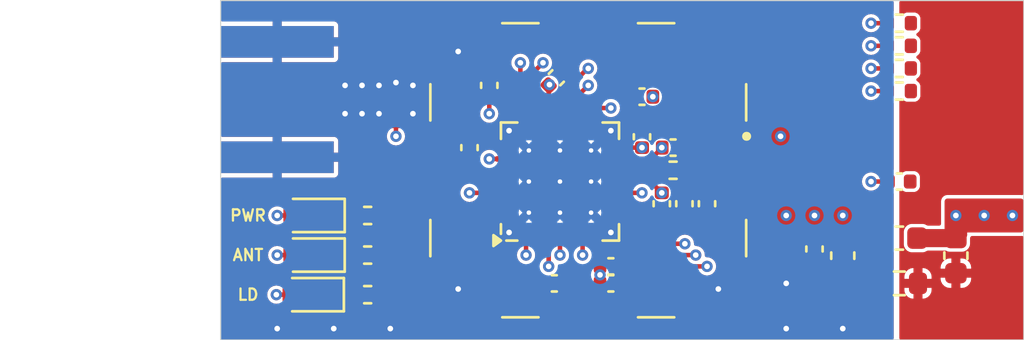
<source format=kicad_pcb>
(kicad_pcb (version 20240108) (generator "pcbnew") (generator_version "8.0")
  (layers (0 "F.Cu" jumper) (1 "In1.Cu" signal) (2 "In2.Cu" signal) (3 "In3.Cu" signal) (4 "In4.Cu" signal) (31 "B.Cu" signal) (34 "B.Paste" user) (35 "F.Paste" user) (36 "B.SilkS" user "B.Silkscreen") (37 "F.SilkS" user "F.Silkscreen") (38 "B.Mask" user) (39 "F.Mask" user) (44 "Edge.Cuts" user))
  (net 0 "")
  (net 1 "GNDREF")
  (net 2 "VCC")
  (net 3 "/AGND_local")
  (net 4 "PGM")
  (net 5 "/+3V3_local")
  (net 6 "/CLKIN")
  (net 7 "/ANT")
  (net 8 "/LD")
  (net 9 "SDATA")
  (net 10 "CS#")
  (net 11 "SCLK")
  (net 12 "Net-(U1-CPOUT)")
  (net 13 "Net-(C5-Pad1)")
  (net 14 "/I1")
  (net 15 "Net-(J1-In)")
  (net 16 "Net-(U1-LNA2)")
  (net 17 "Net-(D1-K)")
  (net 18 "Net-(J3-In)")
  (net 19 "Net-(U1-CLKOUT)")
  (net 20 "Net-(U1-MIXIN)")
  (net 21 "Net-(U1-LNAOUT)")
  (net 22 "Net-(U1-XTAL)")
  (net 23 "Net-(U1-ANTBIAS)")
  (net 26 "Net-(D2-K)")
  (net 27 "Net-(D3-K)")
  (net 29 "/R_I1")
  (net 30 "/Q1")
  (net 31 "/R_Q1")
  (net 32 "/R_Q0")
  (net 33 "/Q0")
  (net 34 "/I0")
  (net 35 "/R_I0")
  (net 36 "/SHDN")
  (footprint "Resistor_SMD:R_0402_1005Metric" (layer "F.Cu") (at 140 96)
    (property "Reference" "R9" (hide yes))
    (property "Value" "100" (hide yes))
    (fp_line (start -0.153641 -0.38) (end 0.153641 -0.38) (stroke (width 0.12)) (layer "F.SilkS"))
    (fp_line (start -0.153641 0.38) (end 0.153641 0.38) (stroke (width 0.12)) (layer "F.SilkS"))
    (pad "1" smd roundrect (at -0.51 0) (size 0.54 0.64) (layers "F.Cu" "F.Paste" "F.Mask") (net 14 "/I1"))
    (pad "2" smd roundrect (at 0.51 0) (size 0.54 0.64) (layers "F.Cu" "F.Paste" "F.Mask") (net 29 "/R_I1"))
  )
  (footprint "Capacitor_SMD:C_0402_1005Metric" (layer "F.Cu") (at 121.875 98.75 -90)
    (property "Reference" "C8" (hide yes))
    (property "Value" "10nF" (hide yes))
    (fp_line (start -0.107836 0.36) (end 0.107836 0.36) (stroke (width 0.12)) (layer "F.SilkS"))
    (fp_line (start -0.107836 -0.36) (end 0.107836 -0.36) (stroke (width 0.12)) (layer "F.SilkS"))
    (pad "1" smd roundrect (at -0.48 0 270) (size 0.56 0.62) (layers "F.Cu" "F.Paste" "F.Mask") (net 3 "/AGND_local"))
    (pad "2" smd roundrect (at 0.48 0 270) (size 0.56 0.62) (layers "F.Cu" "F.Paste" "F.Mask") (net 5 "/+3V3_local"))
  )
  (footprint "Capacitor_SMD:C_0402_1005Metric" (layer "F.Cu") (at 129.5 103.98 -90)
    (property "Reference" "C9" (hide yes))
    (property "Value" "100nF" (hide yes))
    (fp_line (start -0.107836 0.36) (end 0.107836 0.36) (stroke (width 0.12)) (layer "F.SilkS"))
    (fp_line (start -0.107836 -0.36) (end 0.107836 -0.36) (stroke (width 0.12)) (layer "F.SilkS"))
    (pad "1" smd roundrect (at -0.48 0 270) (size 0.56 0.62) (layers "F.Cu" "F.Paste" "F.Mask") (net 5 "/+3V3_local"))
    (pad "2" smd roundrect (at 0.48 0 270) (size 0.56 0.62) (layers "F.Cu" "F.Paste" "F.Mask") (net 3 "/AGND_local"))
  )
  (footprint "Capacitor_SMD:C_0402_1005Metric" (layer "F.Cu") (at 128.625 101.02 90)
    (property "Reference" "C10" (hide yes))
    (property "Value" "100nF" (hide yes))
    (fp_line (start -0.107836 -0.36) (end 0.107836 -0.36) (stroke (width 0.12)) (layer "F.SilkS"))
    (fp_line (start -0.107836 0.36) (end 0.107836 0.36) (stroke (width 0.12)) (layer "F.SilkS"))
    (pad "1" smd roundrect (at -0.48 0 90) (size 0.56 0.62) (layers "F.Cu" "F.Paste" "F.Mask") (net 5 "/+3V3_local"))
    (pad "2" smd roundrect (at 0.48 0 90) (size 0.56 0.62) (layers "F.Cu" "F.Paste" "F.Mask") (net 3 "/AGND_local"))
  )
  (footprint "Capacitor_SMD:C_0603_1608Metric" (layer "F.Cu") (at 137.5 106.275 -90)
    (property "Reference" "C4" (hide yes))
    (property "Value" "10uF" (hide yes))
    (fp_line (start -0.14058 0.51) (end 0.14058 0.51) (stroke (width 0.12)) (layer "F.SilkS"))
    (fp_line (start -0.14058 -0.51) (end 0.14058 -0.51) (stroke (width 0.12)) (layer "F.SilkS"))
    (pad "1" smd roundrect (at -0.775 0 270) (size 0.9 0.95) (layers "F.Cu" "F.Paste" "F.Mask") (net 5 "/+3V3_local"))
    (pad "2" smd roundrect (at 0.775 0 270) (size 0.9 0.95) (layers "F.Cu" "F.Paste" "F.Mask") (net 3 "/AGND_local"))
  )
  (footprint "Resistor_SMD:R_0402_1005Metric" (layer "F.Cu") (at 116.5 104.5)
    (property "Reference" "R3" (hide yes))
    (property "Value" "1k" (hide yes))
    (fp_line (start -0.153641 -0.38) (end 0.153641 -0.38) (stroke (width 0.12)) (layer "F.SilkS"))
    (fp_line (start -0.153641 0.38) (end 0.153641 0.38) (stroke (width 0.12)) (layer "F.SilkS"))
    (pad "1" smd roundrect (at -0.51 0) (size 0.54 0.64) (layers "F.Cu" "F.Paste" "F.Mask") (net 17 "Net-(D1-K)"))
    (pad "2" smd roundrect (at 0.51 0) (size 0.54 0.64) (layers "F.Cu" "F.Paste" "F.Mask") (net 3 "/AGND_local"))
  )
  (footprint "Capacitor_SMD:C_0402_1005Metric" (layer "F.Cu") (at 128.625 99.25 180)
    (property "Reference" "C11" (hide yes))
    (property "Value" "10nF" (hide yes))
    (fp_line (start -0.107836 0.36) (end 0.107836 0.36) (stroke (width 0.12)) (layer "F.SilkS"))
    (fp_line (start -0.107836 -0.36) (end 0.107836 -0.36) (stroke (width 0.12)) (layer "F.SilkS"))
    (pad "1" smd roundrect (at -0.48 0 180) (size 0.56 0.62) (layers "F.Cu" "F.Paste" "F.Mask") (net 18 "Net-(J3-In)"))
    (pad "2" smd roundrect (at 0.48 0 180) (size 0.56 0.62) (layers "F.Cu" "F.Paste" "F.Mask") (net 19 "Net-(U1-CLKOUT)"))
  )
  (footprint "Resistor_SMD:R_0402_1005Metric" (layer "F.Cu") (at 140 99)
    (property "Reference" "R8" (hide yes))
    (property "Value" "100" (hide yes))
    (fp_line (start -0.153641 -0.38) (end 0.153641 -0.38) (stroke (width 0.12)) (layer "F.SilkS"))
    (fp_line (start -0.153641 0.38) (end 0.153641 0.38) (stroke (width 0.12)) (layer "F.SilkS"))
    (pad "1" smd roundrect (at -0.51 0) (size 0.54 0.64) (layers "F.Cu" "F.Paste" "F.Mask") (net 30 "/Q1"))
    (pad "2" smd roundrect (at 0.51 0) (size 0.54 0.64) (layers "F.Cu" "F.Paste" "F.Mask") (net 31 "/R_Q1"))
  )
  (footprint "Inductor_SMD:L_0402_1005Metric" (layer "F.Cu") (at 117.75 99.86 -90)
    (property "Reference" "L1" (hide yes))
    (property "Value" "L" (hide yes))
    (pad "1" smd roundrect (at -0.485 0 270) (size 0.59 0.64) (layers "F.Cu" "F.Paste" "F.Mask") (net 15 "Net-(J1-In)"))
    (pad "2" smd roundrect (at 0.485 0 270) (size 0.59 0.64) (layers "F.Cu" "F.Paste" "F.Mask") (net 23 "Net-(U1-ANTBIAS)"))
  )
  (footprint "Capacitor_SMD:C_0402_1005Metric" (layer "F.Cu") (at 140 103 180)
    (property "Reference" "C15" (hide yes))
    (property "Value" "10nF" (hide yes))
    (fp_line (start -0.107836 0.36) (end 0.107836 0.36) (stroke (width 0.12)) (layer "F.SilkS"))
    (fp_line (start -0.107836 -0.36) (end 0.107836 -0.36) (stroke (width 0.12)) (layer "F.SilkS"))
    (pad "1" smd roundrect (at -0.48 0 180) (size 0.56 0.62) (layers "F.Cu" "F.Paste" "F.Mask") (net 6 "/CLKIN"))
    (pad "2" smd roundrect (at 0.48 0 180) (size 0.56 0.62) (layers "F.Cu" "F.Paste" "F.Mask") (net 22 "Net-(U1-XTAL)"))
  )
  (footprint "Resistor_SMD:R_0402_1005Metric" (layer "F.Cu") (at 140 97)
    (property "Reference" "R6" (hide yes))
    (property "Value" "100" (hide yes))
    (fp_line (start -0.153641 -0.38) (end 0.153641 -0.38) (stroke (width 0.12)) (layer "F.SilkS"))
    (fp_line (start -0.153641 0.38) (end 0.153641 0.38) (stroke (width 0.12)) (layer "F.SilkS"))
    (pad "1" smd roundrect (at -0.51 0) (size 0.54 0.64) (layers "F.Cu" "F.Paste" "F.Mask") (net 34 "/I0"))
    (pad "2" smd roundrect (at 0.51 0) (size 0.54 0.64) (layers "F.Cu" "F.Paste" "F.Mask") (net 35 "/R_I0"))
  )
  (footprint "tart_radio_module:CONN-SMD_MOLEX_73412-0110" (layer "F.Cu") (at 136.25 101 -90)
    (property "Reference" "J3" (hide yes))
    (property "Value" "Conn_Coaxial" (hide yes))
    (fp_circle (center 0 3) (end 0.1 3) (stroke (width 0.2)) (fill none) (layer "F.SilkS"))
    (pad "1" smd rect (at 0 1.5 270) (size 1 1) (layers "F.Cu" "F.Paste" "F.Mask") (net 18 "Net-(J3-In)"))
    (pad "2" smd rect (at -1.475 0 270) (size 1.05 2.2) (layers "F.Cu" "F.Paste" "F.Mask") (net 3 "/AGND_local"))
    (pad "2" smd rect (at 0 -1.5 270) (size 1 1) (layers "F.Cu" "F.Paste" "F.Mask") (net 3 "/AGND_local"))
    (pad "2" smd rect (at 1.475 0 270) (size 1.05 2.2) (layers "F.Cu" "F.Paste" "F.Mask") (net 3 "/AGND_local"))
  )
  (footprint "Capacitor_SMD:C_0402_1005Metric" (layer "F.Cu") (at 127.25 106.75)
    (property "Reference" "C12" (hide yes))
    (property "Value" "100nF" (hide yes))
    (fp_line (start -0.107836 -0.36) (end 0.107836 -0.36) (stroke (width 0.12)) (layer "F.SilkS"))
    (fp_line (start -0.107836 0.36) (end 0.107836 0.36) (stroke (width 0.12)) (layer "F.SilkS"))
    (pad "1" smd roundrect (at -0.48 0) (size 0.56 0.62) (layers "F.Cu" "F.Paste" "F.Mask") (net 5 "/+3V3_local"))
    (pad "2" smd roundrect (at 0.48 0) (size 0.56 0.62) (layers "F.Cu" "F.Paste" "F.Mask") (net 3 "/AGND_local"))
  )
  (footprint "Capacitor_SMD:C_0402_1005Metric" (layer "F.Cu") (at 121 101.5 -90)
    (property "Reference" "C13" (hide yes))
    (property "Value" "0.47nF" (hide yes))
    (fp_line (start -0.107836 0.36) (end 0.107836 0.36) (stroke (width 0.12)) (layer "F.SilkS"))
    (fp_line (start -0.107836 -0.36) (end 0.107836 -0.36) (stroke (width 0.12)) (layer "F.SilkS"))
    (pad "1" smd roundrect (at -0.48 0 270) (size 0.56 0.62) (layers "F.Cu" "F.Paste" "F.Mask") (net 15 "Net-(J1-In)"))
    (pad "2" smd roundrect (at 0.48 0 270) (size 0.56 0.62) (layers "F.Cu" "F.Paste" "F.Mask") (net 16 "Net-(U1-LNA2)"))
  )
  (footprint "Capacitor_SMD:C_0402_1005Metric" (layer "F.Cu") (at 124.75 107.5)
    (property "Reference" "C14" (hide yes))
    (property "Value" "0.47nF" (hide yes))
    (fp_line (start -0.107836 -0.36) (end 0.107836 -0.36) (stroke (width 0.12)) (layer "F.SilkS"))
    (fp_line (start -0.107836 0.36) (end 0.107836 0.36) (stroke (width 0.12)) (layer "F.SilkS"))
    (pad "1" smd roundrect (at -0.48 0) (size 0.56 0.62) (layers "F.Cu" "F.Paste" "F.Mask") (net 21 "Net-(U1-LNAOUT)"))
    (pad "2" smd roundrect (at 0.48 0) (size 0.56 0.62) (layers "F.Cu" "F.Paste" "F.Mask") (net 20 "Net-(U1-MIXIN)"))
  )
  (footprint "Resistor_SMD:R_0402_1005Metric" (layer "F.Cu") (at 130 102.5 180)
    (property "Reference" "R4" (hide yes))
    (property "Value" "20k" (hide yes))
    (fp_line (start -0.153641 0.38) (end 0.153641 0.38) (stroke (width 0.12)) (layer "F.SilkS"))
    (fp_line (start -0.153641 -0.38) (end 0.153641 -0.38) (stroke (width 0.12)) (layer "F.SilkS"))
    (pad "1" smd roundrect (at -0.51 0 180) (size 0.54 0.64) (layers "F.Cu" "F.Paste" "F.Mask") (net 13 "Net-(C5-Pad1)"))
    (pad "2" smd roundrect (at 0.51 0 180) (size 0.54 0.64) (layers "F.Cu" "F.Paste" "F.Mask") (net 12 "Net-(U1-CPOUT)"))
  )
  (footprint "Capacitor_SMD:C_0402_1005Metric" (layer "F.Cu") (at 124.839411 98.410589 -135)
    (property "Reference" "C7" (hide yes))
    (property "Value" "10nF" (hide yes))
    (fp_line (start -0.107836 0.36) (end 0.107836 0.36) (stroke (width 0.12)) (layer "F.SilkS"))
    (fp_line (start -0.107836 -0.36) (end 0.107836 -0.36) (stroke (width 0.12)) (layer "F.SilkS"))
    (pad "1" smd roundrect (at -0.48 0 225) (size 0.56 0.62) (layers "F.Cu" "F.Paste" "F.Mask") (net 3 "/AGND_local"))
    (pad "2" smd roundrect (at 0.48 0 225) (size 0.56 0.62) (layers "F.Cu" "F.Paste" "F.Mask") (net 5 "/+3V3_local"))
  )
  (footprint "tart_radio_module:CONN-SMD_KH-SMA-KE8-G" (layer "F.Cu") (at 112.5 99.375 90)
    (property "Reference" "J1" (hide yes))
    (property "Value" "Conn_Coaxial" (hide yes))
    (pad "1" smd rect (at 0 0 90) (size 1.2 5) (layers "F.Cu" "F.Paste" "F.Mask") (net 15 "Net-(J1-In)"))
    (pad "2" smd rect (at -2.55 0 90) (size 1.4 5) (layers "F.Cu" "F.Paste" "F.Mask") (net 3 "/AGND_local"))
    (pad "2" smd rect (at -2.55 0 90) (size 1.4 5) (layers "B.Cu" "B.Paste" "B.Mask") (net 3 "/AGND_local"))
    (pad "2" smd rect (at 2.55 0 90) (size 1.4 5) (layers "F.Cu" "F.Paste" "F.Mask") (net 3 "/AGND_local"))
    (pad "2" smd rect (at 2.55 0 90) (size 1.4 5) (layers "B.Cu" "B.Paste" "B.Mask") (net 3 "/AGND_local"))
  )
  (footprint "Diode_SMD:D_0603_1608Metric" (layer "F.Cu") (at 113.9625 108 180)
    (property "Reference" "D3" (hide yes))
    (property "Value" "LED" (hide yes))
    (fp_line (start 0.8 -0.735) (end -1.485 -0.735) (stroke (width 0.12)) (layer "F.SilkS"))
    (fp_line (start -1.485 0.735) (end 0.8 0.735) (stroke (width 0.12)) (layer "F.SilkS"))
    (fp_line (start -1.485 -0.735) (end -1.485 0.735) (stroke (width 0.12)) (layer "F.SilkS"))
    (pad "1" smd roundrect (at -0.7875 0 180) (size 0.875 0.95) (layers "F.Cu" "F.Paste" "F.Mask") (net 27 "Net-(D3-K)"))
    (pad "2" smd roundrect (at 0.7875 0 180) (size 0.875 0.95) (layers "F.Cu" "F.Paste" "F.Mask") (net 8 "/LD"))
  )
  (footprint "Capacitor_SMD:C_0402_1005Metric" (layer "F.Cu") (at 130 101.5)
    (property "Reference" "C1" (hide yes))
    (property "Value" "100nF" (hide yes))
    (fp_line (start -0.107836 -0.36) (end 0.107836 -0.36) (stroke (width 0.12)) (layer "F.SilkS"))
    (fp_line (start -0.107836 0.36) (end 0.107836 0.36) (stroke (width 0.12)) (layer "F.SilkS"))
    (pad "1" smd roundrect (at -0.48 0) (size 0.56 0.62) (layers "F.Cu" "F.Paste" "F.Mask") (net 5 "/+3V3_local"))
    (pad "2" smd roundrect (at 0.48 0) (size 0.56 0.62) (layers "F.Cu" "F.Paste" "F.Mask") (net 3 "/AGND_local"))
  )
  (footprint "Capacitor_SMD:C_0603_1608Metric" (layer "F.Cu") (at 142.5 106.275 -90)
    (property "Reference" "C16" (hide yes))
    (property "Value" "10uF" (hide yes))
    (fp_line (start -0.14058 0.51) (end 0.14058 0.51) (stroke (width 0.12)) (layer "F.SilkS"))
    (fp_line (start -0.14058 -0.51) (end 0.14058 -0.51) (stroke (width 0.12)) (layer "F.SilkS"))
    (pad "1" smd roundrect (at -0.775 0 270) (size 0.9 0.95) (layers "F.Cu" "F.Paste" "F.Mask") (net 2 "VCC"))
    (pad "2" smd roundrect (at 0.775 0 270) (size 0.9 0.95) (layers "F.Cu" "F.Paste" "F.Mask") (net 1 "GNDREF"))
  )
  (footprint "RF_Shielding:Laird_Technologies_BMI-S-101_13.66x12.70mm" (layer "F.Cu") (at 126.25 102.5 90)
    (property "Reference" "J2" (hide yes))
    (property "Value" "RFShield_OnePiece" (hide yes))
    (fp_line (start 2.2 -6.98) (end 3.8 -6.98) (stroke (width 0.12)) (layer "F.SilkS"))
    (fp_line (start -3.8 -6.98) (end -2.2 -6.98) (stroke (width 0.12)) (layer "F.SilkS"))
    (fp_line (start 6.5 -3.8) (end 6.5 -2.2) (stroke (width 0.12)) (layer "F.SilkS"))
    (fp_line (start -6.5 -3.8) (end -6.5 -2.2) (stroke (width 0.12)) (layer "F.SilkS"))
    (fp_line (start 6.5 2.2) (end 6.5 3.8) (stroke (width 0.12)) (layer "F.SilkS"))
    (fp_line (start -6.5 2.2) (end -6.5 3.8) (stroke (width 0.12)) (layer "F.SilkS"))
    (fp_line (start 2.2 6.98) (end 3.8 6.98) (stroke (width 0.12)) (layer "F.SilkS"))
    (fp_line (start -3.8 6.98) (end -2.2 6.98) (stroke (width 0.12)) (layer "F.SilkS"))
    (pad "1" smd rect (at -6.25 -6.73 90) (size 1 1) (layers "F.Cu" "F.Paste" "F.Mask") (net 3 "/AGND_local"))
    (pad "1" smd rect (at -6.25 -5.165 90) (size 1 2.13) (layers "F.Cu" "F.Paste" "F.Mask") (net 3 "/AGND_local"))
    (pad "1" smd rect (at -6.25 0 90) (size 1 3.8) (layers "F.Cu" "F.Paste" "F.Mask") (net 3 "/AGND_local"))
    (pad "1" smd rect (at -6.25 5.165 90) (size 1 2.13) (layers "F.Cu" "F.Paste" "F.Mask") (net 3 "/AGND_local"))
    (pad "1" smd rect (at -6.25 6.73 90) (size 1 1) (layers "F.Cu" "F.Paste" "F.Mask") (net 3 "/AGND_local"))
    (pad "1" smd rect (at -4.925 -6.73 90) (size 1.65 1) (layers "F.Cu" "F.Paste" "F.Mask") (net 3 "/AGND_local"))
    (pad "1" smd rect (at -4.925 6.73 90) (size 1.65 1) (layers "F.Cu" "F.Paste" "F.Mask") (net 3 "/AGND_local"))
    (pad "1" smd rect (at 0 -6.73 90) (size 3.8 1) (layers "F.Cu" "F.Paste" "F.Mask") (net 3 "/AGND_local"))
    (pad "1" smd rect (at 0 6.73 90) (size 3.8 1) (layers "F.Cu" "F.Paste" "F.Mask") (net 3 "/AGND_local"))
    (pad "1" smd rect (at 4.925 -6.73 90) (size 1.65 1) (layers "F.Cu" "F.Paste" "F.Mask") (net 3 "/AGND_local"))
    (pad "1" smd rect (at 4.925 6.73 90) (size 1.65 1) (layers "F.Cu" "F.Paste" "F.Mask") (net 3 "/AGND_local"))
    (pad "1" smd rect (at 6.25 -6.73 90) (size 1 1) (layers "F.Cu" "F.Paste" "F.Mask") (net 3 "/AGND_local"))
    (pad "1" smd rect (at 6.25 -5.165 90) (size 1 2.13) (layers "F.Cu" "F.Paste" "F.Mask") (net 3 "/AGND_local"))
    (pad "1" smd rect (at 6.25 0 90) (size 1 3.8) (layers "F.Cu" "F.Paste" "F.Mask") (net 3 "/AGND_local"))
    (pad "1" smd rect (at 6.25 5.165 90) (size 1 2.13) (layers "F.Cu" "F.Paste" "F.Mask") (net 3 "/AGND_local"))
    (pad "1" smd rect (at 6.25 6.73 90) (size 1 1) (layers "F.Cu" "F.Paste" "F.Mask") (net 3 "/AGND_local"))
  )
  (footprint "Capacitor_SMD:C_0402_1005Metric" (layer "F.Cu") (at 127.25 107.5)
    (property "Reference" "C6" (hide yes))
    (property "Value" "100pF" (hide yes))
    (fp_line (start -0.107836 -0.36) (end 0.107836 -0.36) (stroke (width 0.12)) (layer "F.SilkS"))
    (fp_line (start -0.107836 0.36) (end 0.107836 0.36) (stroke (width 0.12)) (layer "F.SilkS"))
    (pad "1" smd roundrect (at -0.48 0) (size 0.56 0.62) (layers "F.Cu" "F.Paste" "F.Mask") (net 5 "/+3V3_local"))
    (pad "2" smd roundrect (at 0.48 0) (size 0.56 0.62) (layers "F.Cu" "F.Paste" "F.Mask") (net 3 "/AGND_local"))
  )
  (footprint "Capacitor_SMD:C_0402_1005Metric" (layer "F.Cu") (at 131.5 103.98 -90)
    (property "Reference" "C5" (hide yes))
    (property "Value" "47nF" (hide yes))
    (fp_line (start -0.107836 0.36) (end 0.107836 0.36) (stroke (width 0.12)) (layer "F.SilkS"))
    (fp_line (start -0.107836 -0.36) (end 0.107836 -0.36) (stroke (width 0.12)) (layer "F.SilkS"))
    (pad "1" smd roundrect (at -0.48 0 270) (size 0.56 0.62) (layers "F.Cu" "F.Paste" "F.Mask") (net 13 "Net-(C5-Pad1)"))
    (pad "2" smd roundrect (at 0.48 0 270) (size 0.56 0.62) (layers "F.Cu" "F.Paste" "F.Mask") (net 3 "/AGND_local"))
  )
  (footprint "Resistor_SMD:R_0402_1005Metric" (layer "F.Cu") (at 116.5 106.25)
    (property "Reference" "R2" (hide yes))
    (property "Value" "1k" (hide yes))
    (fp_line (start -0.153641 -0.38) (end 0.153641 -0.38) (stroke (width 0.12)) (layer "F.SilkS"))
    (fp_line (start -0.153641 0.38) (end 0.153641 0.38) (stroke (width 0.12)) (layer "F.SilkS"))
    (pad "1" smd roundrect (at -0.51 0) (size 0.54 0.64) (layers "F.Cu" "F.Paste" "F.Mask") (net 26 "Net-(D2-K)"))
    (pad "2" smd roundrect (at 0.51 0) (size 0.54 0.64) (layers "F.Cu" "F.Paste" "F.Mask") (net 3 "/AGND_local"))
  )
  (footprint "Package_DFN_QFN:TQFN-28-1EP_5x5mm_P0.5mm_EP3.25x3.25mm_ThermalVias" (layer "F.Cu") (at 125 103 90)
    (property "Reference" "U1" (hide yes))
    (property "Value" "MAX2769B" (hide yes))
    (fp_line (start 2.61 -2.61) (end 2.61 -1.885) (stroke (width 0.12)) (layer "F.SilkS"))
    (fp_line (start 1.885 -2.61) (end 2.61 -2.61) (stroke (width 0.12)) (layer "F.SilkS"))
    (fp_line (start -1.885 -2.61) (end -2.31 -2.61) (stroke (width 0.12)) (layer "F.SilkS"))
    (fp_line (start -2.61 -1.885) (end -2.61 -2.37) (stroke (width 0.12)) (layer "F.SilkS"))
    (fp_line (start 2.61 2.61) (end 2.61 1.885) (stroke (width 0.12)) (layer "F.SilkS"))
    (fp_line (start 1.885 2.61) (end 2.61 2.61) (stroke (width 0.12)) (layer "F.SilkS"))
    (fp_line (start -1.885 2.61) (end -2.61 2.61) (stroke (width 0.12)) (layer "F.SilkS"))
    (fp_line (start -2.61 2.61) (end -2.61 1.885) (stroke (width 0.12)) (layer "F.SilkS"))
    (fp_poly (pts (xy -2.61 -2.61) (xy -2.85 -2.94) (xy -2.37 -2.94) (xy -2.61 -2.61)) (stroke (width 0.12)) (fill solid) (layer "F.SilkS"))
    (pad "1" smd roundrect (at -2.3625 -1.5 90) (size 0.975 0.25) (layers "F.Cu" "F.Paste" "F.Mask") (net 7 "/ANT"))
    (pad "2" smd roundrect (at -2.3625 -1 90) (size 0.975 0.25) (layers "F.Cu" "F.Paste" "F.Mask") (net 21 "Net-(U1-LNAOUT)"))
    (pad "3" smd roundrect (at -2.3625 -0.5 90) (size 0.975 0.25) (layers "F.Cu" "F.Paste" "F.Mask") (net 23 "Net-(U1-ANTBIAS)"))
    (pad "4" smd roundrect (at -2.3625 0 90) (size 0.975 0.25) (layers "F.Cu" "F.Paste" "F.Mask") (net 5 "/+3V3_local"))
    (pad "5" smd roundrect (at -2.3625 0.5 90) (size 0.975 0.25) (layers "F.Cu" "F.Paste" "F.Mask") (net 20 "Net-(U1-MIXIN)"))
    (pad "6" smd roundrect (at -2.3625 1 90) (size 0.975 0.25) (layers "F.Cu" "F.Paste" "F.Mask") (net 8 "/LD"))
    (pad "7" smd roundrect (at -2.3625 1.5 90) (size 0.975 0.25) (layers "F.Cu" "F.Paste" "F.Mask") (net 36 "/SHDN"))
    (pad "8" smd roundrect (at -1.5 2.3625 90) (size 0.25 0.975) (layers "F.Cu" "F.Paste" "F.Mask") (net 9 "SDATA"))
    (pad "9" smd roundrect (at -1 2.3625 90) (size 0.25 0.975) (layers "F.Cu" "F.Paste" "F.Mask") (net 11 "SCLK"))
    (pad "10" smd roundrect (at -0.5 2.3625 90) (size 0.25 0.975) (layers "F.Cu" "F.Paste" "F.Mask") (net 10 "CS#"))
    (pad "11" smd roundrect (at 0 2.3625 90) (size 0.25 0.975) (layers "F.Cu" "F.Paste" "F.Mask") (net 5 "/+3V3_local"))
    (pad "12" smd roundrect (at 0.5 2.3625 90) (size 0.25 0.975) (layers "F.Cu" "F.Paste" "F.Mask") (net 12 "Net-(U1-CPOUT)"))
    (pad "13" smd roundrect (at 1 2.3625 90) (size 0.25 0.975) (layers "F.Cu" "F.Paste" "F.Mask") (net 5 "/+3V3_local"))
    (pad "14" smd roundrect (at 1.5 2.3625 90) (size 0.25 0.975) (layers "F.Cu" "F.Paste" "F.Mask") (net 5 "/+3V3_local"))
    (pad "15" smd roundrect (at 2.3625 1.5 90) (size 0.975 0.25) (layers "F.Cu" "F.Paste" "F.Mask") (net 22 "Net-(U1-XTAL)"))
    (pad "16" smd roundrect (at 2.3625 1 90) (size 0.975 0.25) (layers "F.Cu" "F.Paste" "F.Mask") (net 19 "Net-(U1-CLKOUT)"))
    (pad "17" smd roundrect (at 2.3625 0.5 90) (size 0.975 0.25) (layers "F.Cu" "F.Paste" "F.Mask") (net 30 "/Q1"))
    (pad "18" smd roundrect (at 2.3625 0 90) (size 0.975 0.25) (layers "F.Cu" "F.Paste" "F.Mask") (net 33 "/Q0"))
    (pad "19" smd roundrect (at 2.3625 -0.5 90) (size 0.975 0.25) (layers "F.Cu" "F.Paste" "F.Mask") (net 5 "/+3V3_local"))
    (pad "20" smd roundrect (at 2.3625 -1 90) (size 0.975 0.25) (layers "F.Cu" "F.Paste" "F.Mask") (net 34 "/I0"))
    (pad "21" smd roundrect (at 2.3625 -1.5 90) (size 0.975 0.25) (layers "F.Cu" "F.Paste" "F.Mask") (net 14 "/I1"))
    (pad "22" smd roundrect (at 1.5 -2.3625 90) (size 0.25 0.975) (layers "F.Cu" "F.Paste" "F.Mask"))
    (pad "23" smd roundrect (at 1 -2.3625 90) (size 0.25 0.975) (layers "F.Cu" "F.Paste" "F.Mask") (net 5 "/+3V3_local"))
    (pad "24" smd roundrect (at 0.5 -2.3625 90) (size 0.25 0.975) (layers "F.Cu" "F.Paste" "F.Mask") (net 5 "/+3V3_local"))
    (pad "25" smd roundrect (at 0 -2.3625 90) (size 0.25 0.975) (layers "F.Cu" "F.Paste" "F.Mask") (net 16 "Net-(U1-LNA2)"))
    (pad "26" smd roundrect (at -0.5 -2.3625 90) (size 0.25 0.975) (layers "F.Cu" "F.Paste" "F.Mask") (net 4 "PGM"))
    (pad "27" smd roundrect (at -1 -2.3625 90) (size 0.25 0.975) (layers "F.Cu" "F.Paste" "F.Mask"))
    (pad "28" smd roundrect (at -1.5 -2.3625 90) (size 0.25 0.975) (layers "F.Cu" "F.Paste" "F.Mask"))
    (pad "29" thru_hole circle (at -1.375 -1.375 90) (size 0.5 0.5) (drill 0.2) (property pad_prop_heatsink) (layers "*.Cu" "In5.Cu" "In6.Cu" "In7.Cu" "In8.Cu" "In9.Cu" "In10.Cu" "In11.Cu" "In12.Cu" "In13.Cu" "In14.Cu" "In15.Cu" "In16.Cu" "In17.Cu" "In18.Cu" "In19.Cu" "In20.Cu" "In21.Cu" "In22.Cu" "In23.Cu" "In24.Cu" "In25.Cu" "In26.Cu" "In27.Cu" "In28.Cu" "In29.Cu" "In30.Cu") (net 3 "/AGND_local"))
    (pad "29" thru_hole circle (at -1.375 0 90) (size 0.5 0.5) (drill 0.2) (property pad_prop_heatsink) (layers "*.Cu" "In5.Cu" "In6.Cu" "In7.Cu" "In8.Cu" "In9.Cu" "In10.Cu" "In11.Cu" "In12.Cu" "In13.Cu" "In14.Cu" "In15.Cu" "In16.Cu" "In17.Cu" "In18.Cu" "In19.Cu" "In20.Cu" "In21.Cu" "In22.Cu" "In23.Cu" "In24.Cu" "In25.Cu" "In26.Cu" "In27.Cu" "In28.Cu" "In29.Cu" "In30.Cu") (net 3 "/AGND_local"))
    (pad "29" thru_hole circle (at -1.375 1.375 90) (size 0.5 0.5) (drill 0.2) (property pad_prop_heatsink) (layers "*.Cu" "In5.Cu" "In6.Cu" "In7.Cu" "In8.Cu" "In9.Cu" "In10.Cu" "In11.Cu" "In12.Cu" "In13.Cu" "In14.Cu" "In15.Cu" "In16.Cu" "In17.Cu" "In18.Cu" "In19.Cu" "In20.Cu" "In21.Cu" "In22.Cu" "In23.Cu" "In24.Cu" "In25.Cu" "In26.Cu" "In27.Cu" "In28.Cu" "In29.Cu" "In30.Cu") (net 3 "/AGND_local"))
    (pad "29" thru_hole circle (at 0 -1.375 90) (size 0.5 0.5) (drill 0.2) (property pad_prop_heatsink) (layers "*.Cu" "In5.Cu" "In6.Cu" "In7.Cu" "In8.Cu" "In9.Cu" "In10.Cu" "In11.Cu" "In12.Cu" "In13.Cu" "In14.Cu" "In15.Cu" "In16.Cu" "In17.Cu" "In18.Cu" "In19.Cu" "In20.Cu" "In21.Cu" "In22.Cu" "In23.Cu" "In24.Cu" "In25.Cu" "In26.Cu" "In27.Cu" "In28.Cu" "In29.Cu" "In30.Cu") (net 3 "/AGND_local"))
    (pad "29" thru_hole circle (at 0 0 90) (size 0.5 0.5) (drill 0.2) (property pad_prop_heatsink) (layers "*.Cu" "In5.Cu" "In6.Cu" "In7.Cu" "In8.Cu" "In9.Cu" "In10.Cu" "In11.Cu" "In12.Cu" "In13.Cu" "In14.Cu" "In15.Cu" "In16.Cu" "In17.Cu" "In18.Cu" "In19.Cu" "In20.Cu" "In21.Cu" "In22.Cu" "In23.Cu" "In24.Cu" "In25.Cu" "In26.Cu" "In27.Cu" "In28.Cu" "In29.Cu" "In30.Cu") (net 3 "/AGND_local"))
    (pad "29" smd rect (at 0 0 90) (size 3.25 3.25) (property pad_prop_heatsink) (layers "F.Cu" "F.Mask") (net 3 "/AGND_local"))
    (pad "29" smd rect (at 0 0 90) (size 3.25 3.25) (property pad_prop_heatsink) (layers "B.Cu") (net 3 "/AGND_local"))
    (pad "29" thru_hole circle (at 0 1.375 90) (size 0.5 0.5) (drill 0.2) (property pad_prop_heatsink) (layers "*.Cu" "In5.Cu" "In6.Cu" "In7.Cu" "In8.Cu" "In9.Cu" "In10.Cu" "In11.Cu" "In12.Cu" "In13.Cu" "In14.Cu" "In15.Cu" "In16.Cu" "In17.Cu" "In18.Cu" "In19.Cu" "In20.Cu" "In21.Cu" "In22.Cu" "In23.Cu" "In24.Cu" "In25.Cu" "In26.Cu" "In27.Cu" "In28.Cu" "In29.Cu" "In30.Cu") (net 3 "/AGND_local"))
    (pad "29" thru_hole circle (at 1.375 -1.375 90) (size 0.5 0.5) (drill 0.2) (property pad_prop_heatsink) (layers "*.Cu" "In5.Cu" "In6.Cu" "In7.Cu" "In8.Cu" "In9.Cu" "In10.Cu" "In11.Cu" "In12.Cu" "In13.Cu" "In14.Cu" "In15.Cu" "In16.Cu" "In17.Cu" "In18.Cu" "In19.Cu" "In20.Cu" "In21.Cu" "In22.Cu" "In23.Cu" "In24.Cu" "In25.Cu" "In26.Cu" "In27.Cu" "In28.Cu" "In29.Cu" "In30.Cu") (net 3 "/AGND_local"))
    (pad "29" thru_hole circle (at 1.375 0 90) (size 0.5 0.5) (drill 0.2) (property pad_prop_heatsink) (layers "*.Cu" "In5.Cu" "In6.Cu" "In7.Cu" "In8.Cu" "In9.Cu" "In10.Cu" "In11.Cu" "In12.Cu" "In13.Cu" "In14.Cu" "In15.Cu" "In16.Cu" "In17.Cu" "In18.Cu" "In19.Cu" "In20.Cu" "In21.Cu" "In22.Cu" "In23.Cu" "In24.Cu" "In25.Cu" "In26.Cu" "In27.Cu" "In28.Cu" "In29.Cu" "In30.Cu") (net 3 "/AGND_local"))
    (pad "29" thru_hole circle (at 1.375 1.375 90) (size 0.5 0.5) (drill 0.2) (property pad_prop_heatsink) (layers "*.Cu" "In5.Cu" "In6.Cu" "In7.Cu" "In8.Cu" "In9.Cu" "In10.Cu" "In11.Cu" "In12.Cu" "In13.Cu" "In14.Cu" "In15.Cu" "In16.Cu" "In17.Cu" "In18.Cu" "In19.Cu" "In20.Cu" "In21.Cu" "In22.Cu" "In23.Cu" "In24.Cu" "In25.Cu" "In26.Cu" "In27.Cu" "In28.Cu" "In29.Cu" "In30.Cu") (net 3 "/AGND_local"))
  )
  (footprint "Resistor_SMD:R_0603_1608Metric" (layer "F.Cu") (at 140 107.5 180)
    (property "Reference" "R7" (hide yes))
    (property "Value" "1k" (hide yes))
    (fp_line (start -0.237258 0.5225) (end 0.237258 0.5225) (stroke (width 0.12)) (layer "F.SilkS"))
    (fp_line (start -0.237258 -0.5225) (end 0.237258 -0.5225) (stroke (width 0.12)) (layer "F.SilkS"))
    (pad "1" smd roundrect (at -0.825 0 180) (size 0.8 0.95) (layers "F.Cu" "F.Paste" "F.Mask") (net 1 "GNDREF"))
    (pad "2" smd roundrect (at 0.825 0 180) (size 0.8 0.95) (layers "F.Cu" "F.Paste" "F.Mask") (net 3 "/AGND_local"))
  )
  (footprint "Resistor_SMD:R_0402_1005Metric" (layer "F.Cu") (at 140 98)
    (property "Reference" "R5" (hide yes))
    (property "Value" "100" (hide yes))
    (fp_line (start -0.153641 -0.38) (end 0.153641 -0.38) (stroke (width 0.12)) (layer "F.SilkS"))
    (fp_line (start -0.153641 0.38) (end 0.153641 0.38) (stroke (width 0.12)) (layer "F.SilkS"))
    (pad "1" smd roundrect (at -0.51 0) (size 0.54 0.64) (layers "F.Cu" "F.Paste" "F.Mask") (net 33 "/Q0"))
    (pad "2" smd roundrect (at 0.51 0) (size 0.54 0.64) (layers "F.Cu" "F.Paste" "F.Mask") (net 32 "/R_Q0"))
  )
  (footprint "Diode_SMD:D_0603_1608Metric" (layer "F.Cu") (at 114 106.25 180)
    (property "Reference" "D2" (hide yes))
    (property "Value" "LED" (hide yes))
    (fp_line (start 0.8 -0.735) (end -1.485 -0.735) (stroke (width 0.12)) (layer "F.SilkS"))
    (fp_line (start -1.485 0.735) (end 0.8 0.735) (stroke (width 0.12)) (layer "F.SilkS"))
    (fp_line (start -1.485 -0.735) (end -1.485 0.735) (stroke (width 0.12)) (layer "F.SilkS"))
    (pad "1" smd roundrect (at -0.7875 0 180) (size 0.875 0.95) (layers "F.Cu" "F.Paste" "F.Mask") (net 26 "Net-(D2-K)"))
    (pad "2" smd roundrect (at 0.7875 0 180) (size 0.875 0.95) (layers "F.Cu" "F.Paste" "F.Mask") (net 7 "/ANT"))
  )
  (footprint "Capacitor_SMD:C_0402_1005Metric" (layer "F.Cu") (at 136.25 105.98 -90)
    (property "Reference" "C3" (hide yes))
    (property "Value" "10nF" (hide yes))
    (fp_line (start -0.107836 0.36) (end 0.107836 0.36) (stroke (width 0.12)) (layer "F.SilkS"))
    (fp_line (start -0.107836 -0.36) (end 0.107836 -0.36) (stroke (width 0.12)) (layer "F.SilkS"))
    (pad "1" smd roundrect (at -0.48 0 270) (size 0.56 0.62) (layers "F.Cu" "F.Paste" "F.Mask") (net 5 "/+3V3_local"))
    (pad "2" smd roundrect (at 0.48 0 270) (size 0.56 0.62) (layers "F.Cu" "F.Paste" "F.Mask") (net 3 "/AGND_local"))
  )
  (footprint "Diode_SMD:D_0603_1608Metric" (layer "F.Cu") (at 114 104.5 180)
    (property "Reference" "D1" (hide yes))
    (property "Value" "LED" (hide yes))
    (fp_line (start 0.8 -0.735) (end -1.485 -0.735) (stroke (width 0.12)) (layer "F.SilkS"))
    (fp_line (start -1.485 0.735) (end 0.8 0.735) (stroke (width 0.12)) (layer "F.SilkS"))
    (fp_line (start -1.485 -0.735) (end -1.485 0.735) (stroke (width 0.12)) (layer "F.SilkS"))
    (pad "1" smd roundrect (at -0.7875 0 180) (size 0.875 0.95) (layers "F.Cu" "F.Paste" "F.Mask") (net 17 "Net-(D1-K)"))
    (pad "2" smd roundrect (at 0.7875 0 180) (size 0.875 0.95) (layers "F.Cu" "F.Paste" "F.Mask") (net 5 "/+3V3_local"))
  )
  (footprint "Resistor_SMD:R_0402_1005Metric" (layer "F.Cu") (at 116.5 108)
    (property "Reference" "R1" (hide yes))
    (property "Value" "1k" (hide yes))
    (fp_line (start -0.153641 -0.38) (end 0.153641 -0.38) (stroke (width 0.12)) (layer "F.SilkS"))
    (fp_line (start -0.153641 0.38) (end 0.153641 0.38) (stroke (width 0.12)) (layer "F.SilkS"))
    (pad "1" smd roundrect (at -0.51 0) (size 0.54 0.64) (layers "F.Cu" "F.Paste" "F.Mask") (net 27 "Net-(D3-K)"))
    (pad "2" smd roundrect (at 0.51 0) (size 0.54 0.64) (layers "F.Cu" "F.Paste" "F.Mask") (net 3 "/AGND_local"))
  )
  (footprint "Inductor_SMD:L_0603_1608Metric" (layer "F.Cu") (at 140 105.5 180)
    (property "Reference" "FB1" (hide yes))
    (property "Value" "GZ1608D601TF" (hide yes))
    (fp_line (start -0.162779 0.51) (end 0.162779 0.51) (stroke (width 0.12)) (layer "F.SilkS"))
    (fp_line (start -0.162779 -0.51) (end 0.162779 -0.51) (stroke (width 0.12)) (layer "F.SilkS"))
    (pad "1" smd roundrect (at -0.7875 0 180) (size 0.875 0.95) (layers "F.Cu" "F.Paste" "F.Mask") (net 2 "VCC"))
    (pad "2" smd roundrect (at 0.7875 0 180) (size 0.875 0.95) (layers "F.Cu" "F.Paste" "F.Mask") (net 5 "/+3V3_local"))
  )
  (footprint "Capacitor_SMD:C_0402_1005Metric" (layer "F.Cu") (at 130.5 103.98 -90)
    (property "Reference" "C2" (hide yes))
    (property "Value" "27pF" (hide yes))
    (fp_line (start -0.107836 0.36) (end 0.107836 0.36) (stroke (width 0.12)) (layer "F.SilkS"))
    (fp_line (start -0.107836 -0.36) (end 0.107836 -0.36) (stroke (width 0.12)) (layer "F.SilkS"))
    (pad "1" smd roundrect (at -0.48 0 270) (size 0.56 0.62) (layers "F.Cu" "F.Paste" "F.Mask") (net 12 "Net-(U1-CPOUT)"))
    (pad "2" smd roundrect (at 0.48 0 270) (size 0.56 0.62) (layers "F.Cu" "F.Paste" "F.Mask") (net 3 "/AGND_local"))
  )
  (gr_line (start 127.25 99.75) (end 126.75 99.75) (stroke (width 0.2)) (layer "F.Cu") (net 22))
  (gr_arc (start 121.5 103) (mid 121.146447 102.853553) (end 121 102.5) (stroke (width 0.2)) (layer "F.Cu") (net 16))
  (gr_arc (start 126.5 100) (mid 126.573223 99.823223) (end 126.75 99.75) (stroke (width 0.2)) (layer "F.Cu") (net 22))
  (gr_arc (start 123.750001 107.5) (mid 123.573223 107.426776) (end 123.5 107.249998) (stroke (width 0.2)) (layer "F.Cu") (net 21))
  (gr_arc (start 123.5 107.0625) (mid 123.573224 106.885723) (end 123.750001 106.812498) (stroke (width 0.2)) (layer "F.Cu") (net 21))
  (gr_arc (start 125.749998 106.812499) (mid 125.926776 106.885723) (end 126 107.0625) (stroke (width 0.2)) (layer "F.Cu") (net 20))
  (gr_arc (start 124.000004 106.562498) (mid 123.92678 106.739275) (end 123.750003 106.8125) (stroke (width 0.2)) (layer "F.Cu") (net 21))
  (gr_arc (start 126.000001 107.249998) (mid 125.926777 107.426776) (end 125.75 107.5) (stroke (width 0.2)) (layer "F.Cu") (net 20))
  (gr_arc (start 125.749998 106.812499) (mid 125.57322 106.739275) (end 125.499996 106.562498) (stroke (width 0.2)) (layer "F.Cu") (net 20))
  (gr_arc (start 120.5 99.375) (mid 120.853553 99.521447) (end 121 99.875) (stroke (width 0.2)) (layer "F.Cu") (net 15))
  (gr_line (start 110 95) (end 145.5 95) (stroke (width 0.05)) (layer "Edge.Cuts"))
  (gr_line (start 110 110) (end 110 95) (stroke (width 0.05)) (layer "Edge.Cuts"))
  (gr_line (start 145.5 110) (end 110 110) (stroke (width 0.05)) (layer "Edge.Cuts"))
  (gr_line (start 145.5 95) (end 145.5 110) (stroke (width 0.05)) (layer "Edge.Cuts"))
  (gr_text "PWR" (at 111.2125 104.5 0) (layer "F.SilkS") (effects (font (size 0.5 0.5) (thickness 0.1) (bold yes))))
  (gr_text "ANT" (at 111.2125 106.25 0) (layer "F.SilkS") (effects (font (size 0.5 0.5) (thickness 0.1) (bold yes))))
  (gr_text "LD" (at 111.2125 108 0) (layer "F.SilkS") (effects (font (size 0.5 0.5) (thickness 0.1) (bold yes))))
  (segment (start 140.7875 105.5) (end 142.5 105.5) (width 0.8) (layer "F.Cu") (net 2))
  (via (at 145 104.5) (size 0.5) (drill 0.25) (layers "F.Cu" "B.Cu") (net 2))
  (via (at 142.5 104.5) (size 0.5) (drill 0.25) (layers "F.Cu" "B.Cu") (net 2))
  (via (at 143.75 104.5) (size 0.5) (drill 0.25) (layers "F.Cu" "B.Cu") (net 2))
  (via (at 118.5 98.75) (size 0.5) (drill 0.25) (layers "F.Cu" "B.Cu") (net 3))
  (via (at 135 109.5) (size 0.5) (drill 0.25) (layers "F.Cu" "B.Cu") (net 3))
  (via (at 117.75 98.625) (size 0.5) (drill 0.25) (layers "F.Cu" "B.Cu") (net 3))
  (via (at 118.5 100) (size 0.5) (drill 0.25) (layers "F.Cu" "B.Cu") (net 3))
  (via (at 137.5 109.5) (size 0.5) (drill 0.25) (layers "F.Cu" "B.Cu") (net 3))
  (via (at 116.25 100) (size 0.5) (drill 0.25) (layers "F.Cu" "B.Cu") (net 3))
  (via (at 117 98.75) (size 0.5) (drill 0.25) (layers "F.Cu" "B.Cu") (net 3))
  (via (at 116.25 98.75) (size 0.5) (drill 0.25) (layers "F.Cu" "B.Cu") (net 3))
  (via (at 120.5 107.75) (size 0.5) (drill 0.25) (layers "F.Cu" "B.Cu") (net 3))
  (via (at 112.5 109.5) (size 0.5) (drill 0.25) (layers "F.Cu" "B.Cu") (net 3))
  (via (at 127.25 100.75) (size 0.5) (drill 0.25) (layers "F.Cu" "B.Cu") (net 3))
  (via (at 135 107.5) (size 0.5) (drill 0.25) (layers "F.Cu" "B.Cu") (net 3))
  (via (at 117.5 109.5) (size 0.5) (drill 0.25) (layers "F.Cu" "B.Cu") (net 3))
  (via (at 115.5 98.75) (size 0.5) (drill 0.25) (layers "F.Cu" "B.Cu") (net 3))
  (via (at 127.25 105.25) (size 0.5) (drill 0.25) (layers "F.Cu" "B.Cu") (net 3))
  (via (at 122.75 100.75) (size 0.5) (drill 0.25) (layers "F.Cu" "B.Cu") (net 3))
  (via (at 132 107.75) (size 0.5) (drill 0.25) (layers "F.Cu" "B.Cu") (net 3))
  (via (at 122.75 105.25) (size 0.5) (drill 0.25) (layers "F.Cu" "B.Cu") (net 3))
  (via (at 115.5 100) (size 0.5) (drill 0.25) (layers "F.Cu" "B.Cu") (net 3))
  (via (at 120.5 97.25) (size 0.5) (drill 0.25) (layers "F.Cu" "B.Cu") (net 3))
  (via (at 117 100) (size 0.5) (drill 0.25) (layers "F.Cu" "B.Cu") (net 3))
  (via (at 115 109.5) (size 0.5) (drill 0.25) (layers "F.Cu" "B.Cu") (net 3))
  (segment (start 122.6375 103.5) (end 121 103.5) (width 0.2) (layer "F.Cu") (net 4))
  (via (at 121 103.5) (size 0.5) (drill 0.25) (layers "F.Cu" "B.Cu") (net 4))
  (segment (start 126.77 106.75) (end 126.77 107.5) (width 0.2) (layer "F.Cu") (net 5))
  (segment (start 112.5 104.5) (end 113.2125 104.5) (width 0.2) (layer "F.Cu") (net 5))
  (segment (start 127.8625 103) (end 129 103) (width 0.2) (layer "F.Cu") (net 5))
  (segment (start 122.6375 102.5) (end 122.6375 102) (width 0.25) (layer "F.Cu") (net 5))
  (segment (start 124.5 98.75) (end 124.5 100.6375) (width 0.2) (layer "F.Cu") (net 5))
  (segment (start 137.5 105.5) (end 139.2125 105.5) (width 0.8) (layer "F.Cu") (net 5))
  (segment (start 127.3625 102) (end 129.02 102) (width 0.2) (layer "F.Cu") (net 5))
  (segment (start 129 103) (end 129.5 103.5) (width 0.2) (layer "F.Cu") (net 5))
  (segment (start 129.02 102) (end 129.52 101.5) (width 0.2) (layer "F.Cu") (net 5))
  (segment (start 124.535589 98.714411) (end 124.5 98.75) (width 0.2) (layer "F.Cu") (net 5))
  (segment (start 127.3625 101.5) (end 128.625 101.5) (width 0.2) (layer "F.Cu") (net 5))
  (segment (start 121.875 100) (end 121.875 99.23) (width 0.2) (layer "F.Cu") (net 5))
  (segment (start 122.6375 102) (end 121.875 102) (width 0.2) (layer "F.Cu") (net 5))
  (segment (start 125 105.3625) (end 125 106.25) (width 0.2) (layer "F.Cu") (net 5))
  (segment (start 136.25 105.5) (end 137.5 105.5) (width 0.5) (layer "F.Cu") (net 5))
  (via (at 121.875 100) (size 0.5) (drill 0.25) (layers "F.Cu" "B.Cu") (net 5))
  (via (at 112.5 104.5) (size 0.5) (drill 0.25) (layers "F.Cu" "B.Cu") (net 5))
  (via (at 129.5 101.5) (size 0.5) (drill 0.25) (layers "F.Cu" "B.Cu") (net 5))
  (via (at 125 106.25) (size 0.5) (drill 0.25) (layers "F.Cu" "B.Cu") (net 5))
  (via (at 126.77 107.125) (size 0.5) (drill 0.25) (layers "F.Cu" "B.Cu") (net 5))
  (via (at 128.625 101.5) (size 0.5) (drill 0.25) (layers "F.Cu" "B.Cu") (net 5))
  (via (at 124.535589 98.714411) (size 0.5) (drill 0.25) (layers "F.Cu" "B.Cu") (net 5))
  (via (at 136.25 104.5) (size 0.5) (drill 0.25) (layers "F.Cu" "B.Cu") (net 5))
  (via (at 135 104.5) (size 0.5) (drill 0.25) (layers "F.Cu" "B.Cu") (net 5))
  (via (at 121.875 102) (size 0.5) (drill 0.25) (layers "F.Cu" "B.Cu") (net 5))
  (via (at 137.5 104.5) (size 0.5) (drill 0.25) (layers "F.Cu" "B.Cu") (net 5))
  (via (at 129.5 103.5) (size 0.5) (drill 0.25) (layers "F.Cu" "B.Cu") (net 5))
  (segment (start 112.5 106.25) (end 113.2125 106.25) (width 0.2) (layer "F.Cu") (net 7))
  (segment (start 123.5 106.25) (end 123.5 105.3625) (width 0.2) (layer "F.Cu") (net 7))
  (via (at 123.5 106.25) (size 0.5) (drill 0.25) (layers "F.Cu" "B.Cu") (net 7))
  (via (at 112.5 106.25) (size 0.5) (drill 0.25) (layers "F.Cu" "B.Cu") (net 7))
  (segment (start 112.4625 108) (end 113.175 108) (width 0.2) (layer "F.Cu") (net 8))
  (segment (start 126 106.25) (end 126 105.3625) (width 0.2) (layer "F.Cu") (net 8))
  (via (at 126 106.25) (size 0.5) (drill 0.25) (layers "F.Cu" "B.Cu") (net 8))
  (via (at 112.4625 108) (size 0.5) (drill 0.25) (layers "F.Cu" "B.Cu") (net 8))
  (segment (start 131 106.25) (end 129.75 106.25) (width 0.2) (layer "F.Cu") (net 9))
  (segment (start 129.75 106.25) (end 128 104.5) (width 0.2) (layer "F.Cu") (net 9))
  (segment (start 128 104.5) (end 127.3625 104.5) (width 0.2) (layer "F.Cu") (net 9))
  (via (at 131 106.25) (size 0.5) (drill 0.25) (layers "F.Cu" "B.Cu") (net 9))
  (segment (start 127.3625 103.5) (end 128.625 103.5) (width 0.2) (layer "F.Cu") (net 10))
  (via (at 128.625 103.5) (size 0.5) (drill 0.25) (layers "F.Cu" "B.Cu") (net 10))
  (segment (start 129.3 105.3) (end 128 104) (width 0.2) (layer "F.Cu") (net 11))
  (segment (start 130.521268 105.75) (end 129.744974 105.75) (width 0.2) (layer "F.Cu") (net 11))
  (segment (start 129.744974 105.75) (end 129.3 105.305026) (width 0.2) (layer "F.Cu") (net 11))
  (segment (start 128 104) (end 127.3625 104) (width 0.2) (layer "F.Cu") (net 11))
  (segment (start 129.3 105.305026) (end 129.3 105.3) (width 0.2) (layer "F.Cu") (net 11))
  (via (at 130.521268 105.75) (size 0.5) (drill 0.25) (layers "F.Cu" "B.Cu") (net 11))
  (segment (start 129.5 102.5) (end 130.5 103.5) (width 0.2) (layer "F.Cu") (net 12))
  (segment (start 127.8625 102.5) (end 129.25 102.5) (width 0.2) (layer "F.Cu") (net 12))
  (segment (start 130.51 102.51) (end 131.5 103.5) (width 0.2) (layer "F.Cu") (net 13))
  (segment (start 130.51 102.5) (end 130.51 102.51) (width 0.2) (layer "F.Cu") (net 13))
  (segment (start 138.75 96) (end 139.49 96) (width 0.2) (layer "F.Cu") (net 14))
  (segment (start 123.25 97.75) (end 123.25 99.25) (width 0.2) (layer "F.Cu") (net 14))
  (segment (start 123.5 99.5) (end 123.5 100.6375) (width 0.2) (layer "F.Cu") (net 14))
  (segment (start 123.25 99.25) (end 123.5 99.5) (width 0.2) (layer "F.Cu") (net 14))
  (via (at 123.25 97.75) (size 0.5) (drill 0.25) (layers "F.Cu" "B.Cu") (net 14))
  (via (at 138.75 96) (size 0.5) (drill 0.25) (layers "F.Cu" "B.Cu") (net 14))
  (segment (start 120.5 99.375) (end 112.625 99.375) (width 0.2) (layer "F.Cu") (net 15))
  (segment (start 121 101.02) (end 121 99.875) (width 0.2) (layer "F.Cu") (net 15))
  (segment (start 121.5 103) (end 122.6375 103) (width 0.2) (layer "F.Cu") (net 16))
  (segment (start 121 101.98) (end 121 102.5) (width 0.2) (layer "F.Cu") (net 16))
  (segment (start 114.7875 104.5) (end 115.99 104.5) (width 0.2) (layer "F.Cu") (net 17))
  (via (at 129.105 99.25) (size 0.5) (drill 0.25) (layers "F.Cu" "B.Cu") (net 18))
  (via (at 134.75 101) (size 0.5) (drill 0.25) (layers "F.Cu" "B.Cu") (net 18))
  (segment (start 126 99.75) (end 126 100.6375) (width 0.2) (layer "F.Cu") (net 19))
  (segment (start 128.145 99.25) (end 126.5 99.25) (width 0.2) (layer "F.Cu") (net 19))
  (segment (start 126.5 99.25) (end 126 99.75) (width 0.2) (layer "F.Cu") (net 19))
  (segment (start 125.23 107.5) (end 125.75 107.5) (width 0.2) (layer "F.Cu") (net 20))
  (segment (start 125.5 105.3625) (end 125.5 106.562494) (width 0.2) (layer "F.Cu") (net 20))
  (segment (start 126 107.0625) (end 126 107.249997) (width 0.2) (layer "F.Cu") (net 20))
  (segment (start 124.000002 106.562496) (end 124.000002 105.362502) (width 0.2) (layer "F.Cu") (net 21))
  (segment (start 124.000002 106.562496) (end 124 106.562494) (width 0.2) (layer "F.Cu") (net 21))
  (segment (start 123.5 107.0625) (end 123.5 107.249998) (width 0.2) (layer "F.Cu") (net 21))
  (segment (start 123.750003 107.500002) (end 124.270002 107.500002) (width 0.2) (layer "F.Cu") (net 21))
  (segment (start 126.5 100) (end 126.5 100.6375) (width 0.2) (layer "F.Cu") (net 22))
  (segment (start 127.25 99.75) (end 127.176777 99.676777) (width 0.25) (layer "F.Cu") (net 22))
  (segment (start 139.52 103) (end 138.75 103) (width 0.2) (layer "F.Cu") (net 22))
  (via (at 127.25 99.75) (size 0.5) (drill 0.25) (layers "F.Cu" "B.Cu") (net 22))
  (via (at 138.75 103) (size 0.5) (drill 0.25) (layers "F.Cu" "B.Cu") (net 22))
  (segment (start 124.5 105.3625) (end 124.5 106.75) (width 0.2) (layer "F.Cu") (net 23))
  (segment (start 117.75 100.345) (end 117.75 101) (width 0.2) (layer "F.Cu") (net 23))
  (via (at 124.5 106.75) (size 0.5) (drill 0.25) (layers "F.Cu" "B.Cu") (net 23))
  (via (at 117.75 101) (size 0.5) (drill 0.25) (layers "F.Cu" "B.Cu") (net 23))
  (segment (start 114.7875 106.25) (end 115.99 106.25) (width 0.2) (layer "F.Cu") (net 26))
  (segment (start 114.75 108) (end 115.9525 108) (width 0.2) (layer "F.Cu") (net 27))
  (segment (start 138.75 99) (end 139.49 99) (width 0.2) (layer "F.Cu") (net 30))
  (segment (start 125.5 99.5) (end 126.25 98.75) (width 0.2) (layer "F.Cu") (net 30))
  (segment (start 125.5 99.5) (end 125.5 100.6375) (width 0.2) (layer "F.Cu") (net 30))
  (via (at 126.25 98.75) (size 0.5) (drill 0.25) (layers "F.Cu" "B.Cu") (net 30))
  (via (at 138.75 99) (size 0.5) (drill 0.25) (layers "F.Cu" "B.Cu") (net 30))
  (segment (start 138.75 98) (end 139.49 98) (width 0.2) (layer "F.Cu") (net 33))
  (segment (start 125 99.222182) (end 125 100.6375) (width 0.2) (layer "F.Cu") (net 33))
  (segment (start 126.222182 98) (end 125 99.222182) (width 0.2) (layer "F.Cu") (net 33))
  (segment (start 126.25 98) (end 126.222182 98) (width 0.2) (layer "F.Cu") (net 33))
  (via (at 126.25 98) (size 0.5) (drill 0.25) (layers "F.Cu" "B.Cu") (net 33))
  (via (at 138.75 98) (size 0.5) (drill 0.25) (layers "F.Cu" "B.Cu") (net 33))
  (segment (start 123.75 99) (end 124 99.25) (width 0.2) (layer "F.Cu") (net 34))
  (segment (start 124 99.25) (end 124 100.6375) (width 0.2) (layer "F.Cu") (net 34))
  (segment (start 123.75 98.25) (end 123.75 99) (width 0.2) (layer "F.Cu") (net 34))
  (segment (start 138.75 97) (end 139.49 97) (width 0.2) (layer "F.Cu") (net 34))
  (segment (start 124.25 97.75) (end 123.75 98.25) (width 0.2) (layer "F.Cu") (net 34))
  (via (at 124.25 97.75) (size 0.5) (drill 0.25) (layers "F.Cu" "B.Cu") (net 34))
  (via (at 138.75 97) (size 0.5) (drill 0.25) (layers "F.Cu" "B.Cu") (net 34))
  (segment (start 131.5 106.75) (end 129.75 106.75) (width 0.2) (layer "F.Cu") (net 36))
  (segment (start 126.75 106) (end 126.5 105.75) (width 0.2) (layer "F.Cu") (net 36))
  (segment (start 126.5 105.75) (end 126.5 105.3625) (width 0.2) (layer "F.Cu") (net 36))
  (segment (start 129 106) (end 126.75 106) (width 0.2) (layer "F.Cu") (net 36))
  (segment (start 129.75 106.75) (end 129 106) (width 0.2) (layer "F.Cu") (net 36))
  (via (at 131.5 106.75) (size 0.5) (drill 0.25) (layers "F.Cu" "B.Cu") (net 36))
  (zone (net 2) (net_name "VCC") (layer "F.Cu") (priority 5) (connect_pads yes (clearance 0.15)) (min_thickness 0.25) (fill yes (thermal_gap 0.5) (thermal_bridge_width 0.5))
    (polygon (pts (xy 142 103.75) (xy 145.5 103.75) (xy 145.5 105.25) (xy 143 105.25) (xy 143 105.5) (xy 142 105.5)))
  )
  (zone (net 5) (net_name "/+3V3_local") (layer "F.Cu") (priority 5) (connect_pads yes (clearance 0.15)) (min_thickness 0.25) (fill yes (thermal_gap 0.5) (thermal_bridge_width 0.5))
    (polygon (pts (xy 134.5 103.75) (xy 138 103.75) (xy 138 105.5) (xy 135.875 105.5) (xy 135.875 105.25) (xy 134.5 105.25)))
  )
  (zone (net 3) (net_name "/AGND_local") (layers "F.Cu" "In1.Cu" "B.Cu") (priority 4) (connect_pads (clearance 0.15)) (min_thickness 0.15) (fill yes (thermal_gap 0.2) (thermal_bridge_width 0.4))
    (polygon (pts (xy 110 95) (xy 139.75 95) (xy 139.75 110) (xy 110 110)))
  )
  (zone (net 1) (net_name "GNDREF") (layers "F.Cu" "In1.Cu" "B.Cu") (connect_pads (clearance 0.15)) (min_thickness 0.15) (fill yes (thermal_gap 0.2) (thermal_bridge_width 0.4))
    (polygon (pts (xy 140 95) (xy 145.5 95) (xy 145.5 110) (xy 140 110)))
  )
)
</source>
